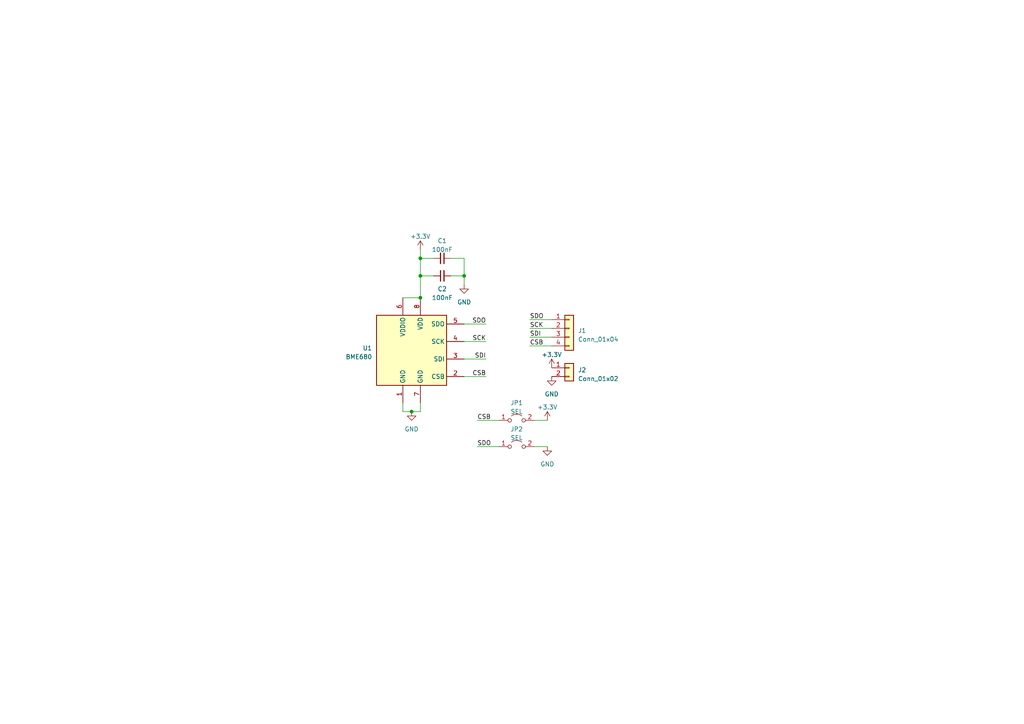
<source format=kicad_sch>
(kicad_sch (version 20230409) (generator eeschema)
  (paper "A4")
  (title_block (title "BME680 Breakout") (date "2023-08-18") (rev "V1.0") (company "MUREX Robotics [Byran Huang]") (comment 1 "// DO IT RIGHT, DO IT MUREX.") (comment 2 "// ATTEMPT THE IMPOSSIBLE.") (comment 4 "BME680 breakout board with I2C + SPI Support"))
  (lib_symbols
    (symbol "Connector_Generic:Conn_01x02" (pin_names (offset 1.016) hide)
      (property "Reference" "J" (at 0 2.54 0))
      (property "Value" "Conn_01x02" (at 0 -5.08 0))
      (symbol "Conn_01x02_1_1"
        (rectangle (start -1.27 -2.413) (end 0 -2.667) (stroke (width 0.1524)))
        (rectangle (start -1.27 0.127) (end 0 -0.127) (stroke (width 0.1524)))
        (rectangle (start -1.27 1.27) (end 1.27 -3.81) (stroke (width 0.254)) (fill (type background)))
        (pin passive line (at -5.08 0 0) (length 3.81) (name "Pin_1") (number "1"))
        (pin passive line (at -5.08 -2.54 0) (length 3.81) (name "Pin_2") (number "2"))
      )
    )
    (symbol "Connector_Generic:Conn_01x04" (pin_names (offset 1.016) hide)
      (property "Reference" "J" (at 0 5.08 0))
      (property "Value" "Conn_01x04" (at 0 -7.62 0))
      (symbol "Conn_01x04_1_1"
        (rectangle (start -1.27 -4.953) (end 0 -5.207) (stroke (width 0.1524)))
        (rectangle (start -1.27 -2.413) (end 0 -2.667) (stroke (width 0.1524)))
        (rectangle (start -1.27 0.127) (end 0 -0.127) (stroke (width 0.1524)))
        (rectangle (start -1.27 2.667) (end 0 2.413) (stroke (width 0.1524)))
        (rectangle (start -1.27 3.81) (end 1.27 -6.35) (stroke (width 0.254)) (fill (type background)))
        (pin passive line (at -5.08 2.54 0) (length 3.81) (name "Pin_1") (number "1"))
        (pin passive line (at -5.08 0 0) (length 3.81) (name "Pin_2") (number "2"))
        (pin passive line (at -5.08 -2.54 0) (length 3.81) (name "Pin_3") (number "3"))
        (pin passive line (at -5.08 -5.08 0) (length 3.81) (name "Pin_4") (number "4"))
      )
    )
    (symbol "Device:C_Small" (pin_numbers hide) (pin_names (offset 0.254) hide)
      (property "Reference" "C" (at 0.254 1.778 0))
      (property "Value" "C_Small" (at 0.254 -2.032 0))
      (symbol "C_Small_0_1"
        (polyline (pts (xy -1.524 -0.508) (xy 1.524 -0.508)) (stroke (width 0.3302)))
        (polyline (pts (xy -1.524 0.508) (xy 1.524 0.508)) (stroke (width 0.3048)))
      )
      (symbol "C_Small_1_1"
        (pin passive line (at 0 2.54 270) (length 2.032) (name "~") (number "1"))
        (pin passive line (at 0 -2.54 90) (length 2.032) (name "~") (number "2"))
      )
    )
    (symbol "Jumper:Jumper_2_Open" (pin_names (offset 0) hide)
      (property "Reference" "JP" (at 0 2.794 0))
      (property "Value" "Jumper_2_Open" (at 0 -2.286 0))
      (symbol "Jumper_2_Open_0_0"
        (circle (center -2.032 0) (radius 0.508))
        (circle (center 2.032 0) (radius 0.508))
      )
      (symbol "Jumper_2_Open_0_1"
        (arc (start 1.524 1.27) (mid 0 1.778) (end -1.524 1.27))
      )
      (symbol "Jumper_2_Open_1_1"
        (pin passive line (at -5.08 0 0) (length 2.54) (name "A") (number "1"))
        (pin passive line (at 5.08 0 180) (length 2.54) (name "B") (number "2"))
      )
    )
    (symbol "Sensor:BME680"
      (property "Reference" "U" (at -8.89 11.43 0))
      (property "Value" "BME680" (at 7.62 11.43 0))
      (symbol "BME680_0_1"
        (rectangle (start -10.16 10.16) (end 10.16 -10.16) (stroke (width 0.254)) (fill (type background)))
      )
      (symbol "BME680_1_1"
        (pin power_in line (at -2.54 -15.24 90) (length 5.08) (name "GND") (number "1"))
        (pin input line (at 15.24 -7.62 180) (length 5.08) (name "CSB") (number "2"))
        (pin bidirectional line (at 15.24 -2.54 180) (length 5.08) (name "SDI") (number "3"))
        (pin input line (at 15.24 2.54 180) (length 5.08) (name "SCK") (number "4"))
        (pin bidirectional line (at 15.24 7.62 180) (length 5.08) (name "SDO") (number "5"))
        (pin power_in line (at -2.54 15.24 270) (length 5.08) (name "VDDIO") (number "6"))
        (pin power_in line (at 2.54 -15.24 90) (length 5.08) (name "GND") (number "7"))
        (pin power_in line (at 2.54 15.24 270) (length 5.08) (name "VDD") (number "8"))
      )
    )
    (symbol "power:+3.3V" (power) (pin_names (offset 0))
      (property "Value" "+3.3V" (at 0 3.556 0))
      (symbol "+3.3V_0_1"
        (polyline (pts (xy -0.762 1.27) (xy 0 2.54)))
        (polyline (pts (xy 0 0) (xy 0 2.54)))
        (polyline (pts (xy 0 2.54) (xy 0.762 1.27)))
      )
      (symbol "+3.3V_1_1"
        (pin power_in line (at 0 0 90) (length 0) hide (name "+3.3V") (number "1"))
      )
    )
    (symbol "power:GND" (power) (pin_names (offset 0))
      (property "Value" "GND" (at 0 -3.81 0))
      (symbol "GND_0_1"
        (polyline (pts (xy 0 0) (xy 0 -1.27) (xy 1.27 -1.27) (xy 0 -2.54) (xy -1.27 -1.27) (xy 0 -1.27)))
      )
      (symbol "GND_1_1"
        (pin power_in line (at 0 0 270) (length 0) hide (name "GND") (number "1"))
      )
    )
  )
  (junction (at 119.38 119.38))
  (junction (at 121.92 74.93))
  (junction (at 121.92 80.01))
  (junction (at 134.62 80.01))
  (junction (at 121.92 86.36))
  (wire (pts (xy 121.92 74.93) (xy 125.73 74.93)))
  (wire (pts (xy 121.92 116.84) (xy 121.92 119.38)))
  (wire (pts (xy 116.84 119.38) (xy 119.38 119.38)))
  (wire (pts (xy 121.92 72.39) (xy 121.92 74.93)))
  (wire (pts (xy 119.38 119.38) (xy 121.92 119.38)))
  (wire (pts (xy 144.78 129.54) (xy 138.43 129.54)))
  (wire (pts (xy 144.78 121.92) (xy 138.43 121.92)))
  (wire (pts (xy 160.02 95.25) (xy 153.67 95.25)))
  (wire (pts (xy 160.02 92.71) (xy 153.67 92.71)))
  (wire (pts (xy 130.81 80.01) (xy 134.62 80.01)))
  (wire (pts (xy 130.81 74.93) (xy 134.62 74.93)))
  (wire (pts (xy 134.62 104.14) (xy 140.97 104.14)))
  (wire (pts (xy 154.94 121.92) (xy 158.75 121.92)))
  (wire (pts (xy 134.62 99.06) (xy 140.97 99.06)))
  (wire (pts (xy 121.92 80.01) (xy 121.92 86.36)))
  (wire (pts (xy 121.92 80.01) (xy 125.73 80.01)))
  (wire (pts (xy 116.84 86.36) (xy 121.92 86.36)))
  (wire (pts (xy 134.62 80.01) (xy 134.62 82.55)))
  (wire (pts (xy 121.92 74.93) (xy 121.92 80.01)))
  (wire (pts (xy 154.94 129.54) (xy 158.75 129.54)))
  (wire (pts (xy 116.84 116.84) (xy 116.84 119.38)))
  (wire (pts (xy 160.02 97.79) (xy 153.67 97.79)))
  (wire (pts (xy 134.62 93.98) (xy 140.97 93.98)))
  (wire (pts (xy 134.62 109.22) (xy 140.97 109.22)))
  (wire (pts (xy 134.62 74.93) (xy 134.62 80.01)))
  (wire (pts (xy 153.67 100.33) (xy 160.02 100.33)))
  (label "SCK" (at 140.97 99.06 180))
  (label "SDO" (at 138.43 129.54 0))
  (label "CSB" (at 153.67 100.33 0))
  (label "SDI" (at 153.67 97.79 0))
  (label "SDO" (at 153.67 92.71 0))
  (label "SDO" (at 140.97 93.98 180))
  (label "SCK" (at 153.67 95.25 0))
  (label "CSB" (at 140.97 109.22 180))
  (label "CSB" (at 138.43 121.92 0))
  (label "SDI" (at 140.97 104.14 180))
  (symbol (lib_id "Jumper:Jumper_2_Open") (at 149.86 129.54 0) (unit 1)
    (property "Reference" "JP2" (at 149.86 124.46 0))
    (property "Value" "SEL" (at 149.86 127 0))
    (property "Footprint" "Jumper:SolderJumper-2_P1.3mm_Open_Pad1.0x1.5mm" (effects hide))
  )
  (symbol (lib_id "Device:C_Small") (at 128.27 80.01 90) (unit 1)
    (property "Reference" "C2" (at 128.2763 83.82 90))
    (property "Value" "100nF" (at 128.2763 86.36 90))
    (property "Footprint" "Capacitor_SMD:C_0603_1608Metric" (effects hide))
  )
  (symbol (lib_id "Sensor:BME680") (at 119.38 101.6 0) (unit 1)
    (property "Reference" "U1" (at 107.95 100.965 0) (effects (justify right)))
    (property "Value" "BME680" (at 107.95 103.505 0) (effects (justify right)))
    (property "Footprint" "Package_LGA:Bosch_LGA-8_3x3mm_P0.8mm_ClockwisePinNumbering" (effects hide))
    (property "Datasheet" "https://ae-bst.resource.bosch.com/media/_tech/media/datasheets/BST-BME680-DS001.pdf" (effects hide))
  )
  (symbol (lib_id "Connector_Generic:Conn_01x02") (at 165.1 106.68 0) (unit 1)
    (property "Reference" "J2" (at 167.64 107.315 0) (effects (justify left)))
    (property "Value" "Conn_01x02" (at 167.64 109.855 0) (effects (justify left)))
    (property "Footprint" "Connector_PinHeader_2.54mm:PinHeader_1x02_P2.54mm_Vertical" (effects hide))
  )
  (symbol (lib_id "Jumper:Jumper_2_Open") (at 149.86 121.92 0) (unit 1)
    (property "Reference" "JP1" (at 149.86 116.84 0))
    (property "Value" "SEL" (at 149.86 119.38 0))
    (property "Footprint" "Jumper:SolderJumper-2_P1.3mm_Open_Pad1.0x1.5mm" (effects hide))
  )
  (symbol (lib_id "power:+3.3V") (at 158.75 121.92 0) (unit 1)
    (property "Reference" "#PWR04" (effects hide))
    (property "Value" "+3.3V" (at 158.75 118.11 0))
  )
  (symbol (lib_id "power:GND") (at 160.02 109.22 0) (unit 1)
    (property "Reference" "#PWR07" (effects hide))
    (property "Value" "GND" (at 160.02 114.3 0))
  )
  (symbol (lib_id "Connector_Generic:Conn_01x04") (at 165.1 95.25 0) (unit 1)
    (property "Reference" "J1" (at 167.64 95.885 0) (effects (justify left)))
    (property "Value" "Conn_01x04" (at 167.64 98.425 0) (effects (justify left)))
    (property "Footprint" "Connector_PinHeader_2.54mm:PinHeader_1x04_P2.54mm_Vertical" (effects hide))
  )
  (symbol (lib_id "power:+3.3V") (at 160.02 106.68 0) (unit 1)
    (property "Reference" "#PWR06" (effects hide))
    (property "Value" "+3.3V" (at 160.02 102.87 0))
  )
  (symbol (lib_id "power:+3.3V") (at 121.92 72.39 0) (unit 1)
    (property "Reference" "#PWR01" (effects hide))
    (property "Value" "+3.3V" (at 121.92 68.58 0))
  )
  (symbol (lib_id "power:GND") (at 158.75 129.54 0) (unit 1)
    (property "Reference" "#PWR05" (effects hide))
    (property "Value" "GND" (at 158.75 134.62 0))
  )
  (symbol (lib_id "power:GND") (at 119.38 119.38 0) (unit 1)
    (property "Reference" "#PWR03" (effects hide))
    (property "Value" "GND" (at 119.38 124.46 0))
  )
  (symbol (lib_id "power:GND") (at 134.62 82.55 0) (unit 1)
    (property "Reference" "#PWR02" (effects hide))
    (property "Value" "GND" (at 134.62 87.63 0))
  )
  (symbol (lib_id "Device:C_Small") (at 128.27 74.93 270) (unit 1)
    (property "Reference" "C1" (at 128.2636 69.85 90))
    (property "Value" "100nF" (at 128.2636 72.39 90))
    (property "Footprint" "Capacitor_SMD:C_0603_1608Metric" (effects hide))
  )
)
</source>
